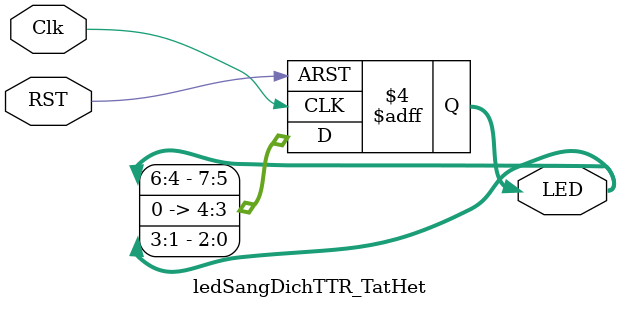
<source format=v>

`timescale 1ns/1ps

module ledSangDichTTR_TatHet (
    input Clk, RST,
    output reg [7:0]LED
);

    always @ (posedge Clk or posedge RST) begin
        if (RST)
            LED = 8'b0001_1000;
        else begin
            LED[7:4] = LED[7:4] << 1;
            LED[3:0] = LED[3:0] >> 1;
        end
    end

endmodule

</source>
